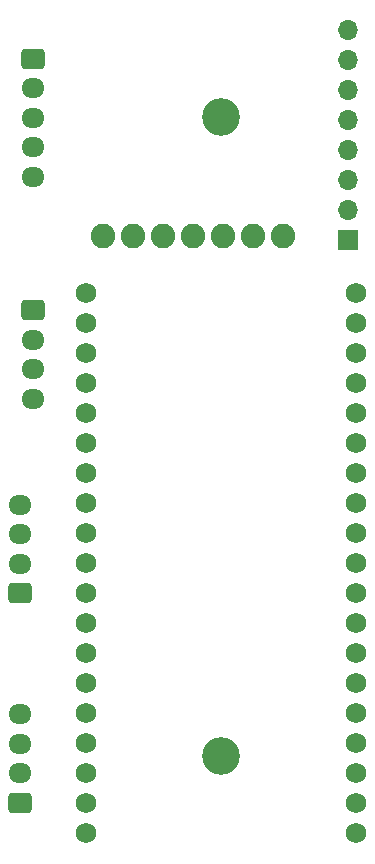
<source format=gbs>
%TF.GenerationSoftware,KiCad,Pcbnew,8.0.1*%
%TF.CreationDate,2024-04-28T12:43:27+02:00*%
%TF.ProjectId,MainControllerNodeMCU-32S,4d61696e-436f-46e7-9472-6f6c6c65724e,rev?*%
%TF.SameCoordinates,Original*%
%TF.FileFunction,Soldermask,Bot*%
%TF.FilePolarity,Negative*%
%FSLAX46Y46*%
G04 Gerber Fmt 4.6, Leading zero omitted, Abs format (unit mm)*
G04 Created by KiCad (PCBNEW 8.0.1) date 2024-04-28 12:43:27*
%MOMM*%
%LPD*%
G01*
G04 APERTURE LIST*
G04 Aperture macros list*
%AMRoundRect*
0 Rectangle with rounded corners*
0 $1 Rounding radius*
0 $2 $3 $4 $5 $6 $7 $8 $9 X,Y pos of 4 corners*
0 Add a 4 corners polygon primitive as box body*
4,1,4,$2,$3,$4,$5,$6,$7,$8,$9,$2,$3,0*
0 Add four circle primitives for the rounded corners*
1,1,$1+$1,$2,$3*
1,1,$1+$1,$4,$5*
1,1,$1+$1,$6,$7*
1,1,$1+$1,$8,$9*
0 Add four rect primitives between the rounded corners*
20,1,$1+$1,$2,$3,$4,$5,0*
20,1,$1+$1,$4,$5,$6,$7,0*
20,1,$1+$1,$6,$7,$8,$9,0*
20,1,$1+$1,$8,$9,$2,$3,0*%
G04 Aperture macros list end*
%ADD10RoundRect,0.250000X-0.725000X0.600000X-0.725000X-0.600000X0.725000X-0.600000X0.725000X0.600000X0*%
%ADD11O,1.950000X1.700000*%
%ADD12C,3.200000*%
%ADD13R,1.700000X1.700000*%
%ADD14O,1.700000X1.700000*%
%ADD15C,2.082800*%
%ADD16RoundRect,0.250000X0.725000X-0.600000X0.725000X0.600000X-0.725000X0.600000X-0.725000X-0.600000X0*%
%ADD17C,1.728000*%
G04 APERTURE END LIST*
D10*
%TO.C,J_SW_1*%
X143246800Y-91878800D03*
D11*
X143246800Y-94378800D03*
X143246800Y-96878800D03*
X143246800Y-99378800D03*
%TD*%
D12*
%TO.C,MountingHole1*%
X159196800Y-75533200D03*
%TD*%
D13*
%TO.C,J_DP_1*%
X169946800Y-85983800D03*
D14*
X169946800Y-83443800D03*
X169946800Y-80903800D03*
X169946800Y-78363800D03*
X169946800Y-75823800D03*
X169946800Y-73283800D03*
X169946800Y-70743800D03*
X169946800Y-68203800D03*
%TD*%
D15*
%TO.C,U2*%
X154240000Y-85603800D03*
X156780000Y-85603800D03*
X161860000Y-85603800D03*
X159320000Y-85603800D03*
X164400000Y-85603800D03*
X149160000Y-85603800D03*
X151700000Y-85603800D03*
%TD*%
D16*
%TO.C,J_SC_1*%
X142196800Y-133603800D03*
D11*
X142196800Y-131103800D03*
X142196800Y-128603800D03*
X142196800Y-126103800D03*
%TD*%
D10*
%TO.C,J_SW_2*%
X143246800Y-70603800D03*
D11*
X143246800Y-73103800D03*
X143246800Y-75603800D03*
X143246800Y-78103800D03*
X143246800Y-80603800D03*
%TD*%
D17*
%TO.C,U1*%
X147784400Y-90451800D03*
X147784400Y-92991800D03*
X147784400Y-95531800D03*
X147784400Y-98071800D03*
X147784400Y-100611800D03*
X147784400Y-103151800D03*
X147784400Y-105691800D03*
X147784400Y-108231800D03*
X147784400Y-110771800D03*
X147784400Y-113311800D03*
X147784400Y-115851800D03*
X147784400Y-118391800D03*
X147784400Y-120931800D03*
X147784400Y-123471800D03*
X147784400Y-126011800D03*
X147784400Y-128551800D03*
X147784400Y-131091800D03*
X147784400Y-133631800D03*
X147784400Y-136171800D03*
X170644400Y-90451800D03*
X170644400Y-92991800D03*
X170644400Y-95531800D03*
X170644400Y-98071800D03*
X170644400Y-100611800D03*
X170644400Y-103151800D03*
X170644400Y-105691800D03*
X170644400Y-108231800D03*
X170644400Y-110771800D03*
X170644400Y-113311800D03*
X170644400Y-115851800D03*
X170644400Y-118391800D03*
X170644400Y-120931800D03*
X170644400Y-123471800D03*
X170644400Y-126011800D03*
X170644400Y-128551800D03*
X170644400Y-131091800D03*
X170644400Y-133631800D03*
X170644400Y-136171800D03*
%TD*%
D16*
%TO.C,J_SC_2*%
X142196800Y-115853800D03*
D11*
X142196800Y-113353800D03*
X142196800Y-110853800D03*
X142196800Y-108353800D03*
%TD*%
D12*
%TO.C,MountinHole2*%
X159196800Y-129603800D03*
%TD*%
M02*

</source>
